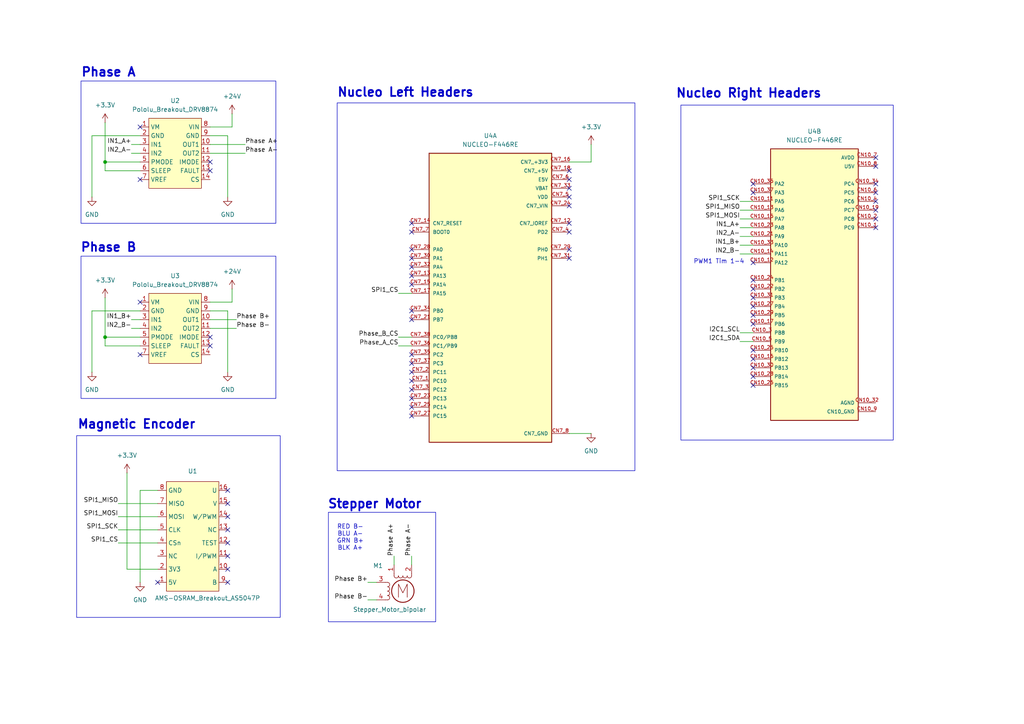
<source format=kicad_sch>
(kicad_sch (version 20250114) (generator "eeschema") (generator_version "9.0")
  (paper "A4")
  (title_block (title "PSD17 Protoboard") (date "2025-12-03") (rev "0.1") (company "Polar Robotics"))
  (lib_symbols
    (symbol "Custom_Library:AMS-OSRAM_Breakout_AS5047P"
      (property "Reference" "U" (at 0 17.018 0))
      (property "Value" "AMS-OSRAM_Breakout_AS5047P" (at -0.762 -18.542 0))
      (symbol "AMS-OSRAM_Breakout_AS5047P_1_1"
        (rectangle (start -7.62 15.24) (end 7.62 -16.51) (fill (type background)))
        (pin power_in line (at -10.16 12.7 0) (length 2.54) (name "GND") (number "8"))
        (pin output line (at -10.16 8.89 0) (length 2.54) (name "MISO") (number "7"))
        (pin input line (at -10.16 5.08 0) (length 2.54) (name "MOSI") (number "6"))
        (pin input line (at -10.16 1.27 0) (length 2.54) (name "CLK") (number "5"))
        (pin input line (at -10.16 -2.54 0) (length 2.54) (name "CSn") (number "4"))
        (pin input line (at -10.16 -6.35 0) (length 2.54) (name "NC") (number "3"))
        (pin power_in line (at -10.16 -10.16 0) (length 2.54) (name "3V3") (number "2"))
        (pin power_in line (at -10.16 -13.97 0) (length 2.54) (name "5V") (number "1"))
        (pin input line (at 10.16 12.7 180) (length 2.54) (name "U") (number "16"))
        (pin input line (at 10.16 8.89 180) (length 2.54) (name "V") (number "15"))
        (pin input line (at 10.16 5.08 180) (length 2.54) (name "W/PWM") (number "14"))
        (pin input line (at 10.16 1.27 180) (length 2.54) (name "NC") (number "13"))
        (pin input line (at 10.16 -2.54 180) (length 2.54) (name "TEST") (number "12"))
        (pin input line (at 10.16 -6.35 180) (length 2.54) (name "I/PWM") (number "11"))
        (pin input line (at 10.16 -10.16 180) (length 2.54) (name "A") (number "10"))
        (pin input line (at 10.16 -13.97 180) (length 2.54) (name "B") (number "9"))
      )
    )
    (symbol "Custom_Library:NUCLEO-F446RE" (pin_names (offset 1.016))
      (property "Reference" "U" (at -17.78 41.91 0))
      (property "Value" "NUCLEO-F446RE" (at -17.78 -44.45 0))
      (symbol "NUCLEO-F446RE_1_0"
        (rectangle (start -17.78 40.64) (end 17.78 -43.18) (stroke (width 0.254)) (fill (type background)))
        (pin bidirectional line (at -22.86 20.32 0) (length 5.08) (name "CN7_RESET") (number "CN7_14"))
        (pin bidirectional line (at -22.86 17.78 0) (length 5.08) (name "BOOT0") (number "CN7_7"))
        (pin bidirectional line (at -22.86 12.7 0) (length 5.08) (name "PA0") (number "CN7_28"))
        (pin bidirectional line (at -22.86 10.16 0) (length 5.08) (name "PA1") (number "CN7_30"))
        (pin bidirectional line (at -22.86 7.62 0) (length 5.08) (name "PA4") (number "CN7_32"))
        (pin bidirectional line (at -22.86 5.08 0) (length 5.08) (name "PA13") (number "CN7_13"))
        (pin bidirectional line (at -22.86 2.54 0) (length 5.08) (name "PA14") (number "CN7_15"))
        (pin bidirectional line (at -22.86 0 0) (length 5.08) (name "PA15") (number "CN7_17"))
        (pin bidirectional line (at -22.86 -5.08 0) (length 5.08) (name "PB0") (number "CN7_34"))
        (pin bidirectional line (at -22.86 -7.62 0) (length 5.08) (name "PB7") (number "CN7_21"))
        (pin bidirectional line (at -22.86 -12.7 0) (length 5.08) (name "PC0/PB8") (number "CN7_38"))
        (pin bidirectional line (at -22.86 -15.24 0) (length 5.08) (name "PC1/PB9") (number "CN7_36"))
        (pin bidirectional line (at -22.86 -17.78 0) (length 5.08) (name "PC2") (number "CN7_35"))
        (pin bidirectional line (at -22.86 -20.32 0) (length 5.08) (name "PC3") (number "CN7_37"))
        (pin bidirectional line (at -22.86 -22.86 0) (length 5.08) (name "PC11") (number "CN7_2"))
        (pin bidirectional line (at -22.86 -25.4 0) (length 5.08) (name "PC10") (number "CN7_1"))
        (pin bidirectional line (at -22.86 -27.94 0) (length 5.08) (name "PC12") (number "CN7_3"))
        (pin bidirectional line (at -22.86 -30.48 0) (length 5.08) (name "PC13") (number "CN7_23"))
        (pin bidirectional line (at -22.86 -33.02 0) (length 5.08) (name "PC14") (number "CN7_25"))
        (pin bidirectional line (at -22.86 -35.56 0) (length 5.08) (name "PC15") (number "CN7_27"))
        (pin power_in line (at 22.86 38.1 180) (length 5.08) (name "CN7_+3V3") (number "CN7_16"))
        (pin power_in line (at 22.86 35.56 180) (length 5.08) (name "CN7_+5V") (number "CN7_18"))
        (pin power_in line (at 22.86 33.02 180) (length 5.08) (name "E5V") (number "CN7_6"))
        (pin power_in line (at 22.86 30.48 180) (length 5.08) (name "VBAT") (number "CN7_33"))
        (pin power_in line (at 22.86 27.94 180) (length 5.08) (name "VDD") (number "CN7_5"))
        (pin power_in line (at 22.86 25.4 180) (length 5.08) (name "CN7_VIN") (number "CN7_24"))
        (pin bidirectional line (at 22.86 20.32 180) (length 5.08) (name "CN7_IOREF") (number "CN7_12"))
        (pin bidirectional line (at 22.86 17.78 180) (length 5.08) (name "PD2") (number "CN7_4"))
        (pin bidirectional line (at 22.86 12.7 180) (length 5.08) (name "PH0") (number "CN7_29"))
        (pin bidirectional line (at 22.86 10.16 180) (length 5.08) (name "PH1") (number "CN7_31"))
        (pin power_in line (at 22.86 -40.64 180) (length 5.08) (hide yes) (name "CN7_GND") (number "CN7_19"))
        (pin power_in line (at 22.86 -40.64 180) (length 5.08) (hide yes) (name "CN7_GND") (number "CN7_20"))
        (pin power_in line (at 22.86 -40.64 180) (length 5.08) (hide yes) (name "CN7_GND") (number "CN7_22"))
        (pin power_in line (at 22.86 -40.64 180) (length 5.08) (name "CN7_GND") (number "CN7_8"))
      )
      (symbol "NUCLEO-F446RE_2_0"
        (rectangle (start -12.7 -40.64) (end 12.7 38.1) (stroke (width 0.254)) (fill (type background)))
        (pin bidirectional line (at -17.78 27.94 0) (length 5.08) (name "PA2") (number "CN10_35"))
        (pin bidirectional line (at -17.78 25.4 0) (length 5.08) (name "PA3") (number "CN10_37"))
        (pin bidirectional line (at -17.78 22.86 0) (length 5.08) (name "PA5") (number "CN10_11"))
        (pin bidirectional line (at -17.78 20.32 0) (length 5.08) (name "PA6") (number "CN10_13"))
        (pin bidirectional line (at -17.78 17.78 0) (length 5.08) (name "PA7") (number "CN10_15"))
        (pin bidirectional line (at -17.78 15.24 0) (length 5.08) (name "PA8") (number "CN10_23"))
        (pin bidirectional line (at -17.78 12.7 0) (length 5.08) (name "PA9") (number "CN10_21"))
        (pin bidirectional line (at -17.78 10.16 0) (length 5.08) (name "PA10") (number "CN10_33"))
        (pin bidirectional line (at -17.78 7.62 0) (length 5.08) (name "PA11") (number "CN10_14"))
        (pin bidirectional line (at -17.78 5.08 0) (length 5.08) (name "PA12") (number "CN10_12"))
        (pin bidirectional line (at -17.78 0 0) (length 5.08) (name "PB1") (number "CN10_24"))
        (pin bidirectional line (at -17.78 -2.54 0) (length 5.08) (name "PB2") (number "CN10_22"))
        (pin bidirectional line (at -17.78 -5.08 0) (length 5.08) (name "PB3") (number "CN10_31"))
        (pin bidirectional line (at -17.78 -7.62 0) (length 5.08) (name "PB4") (number "CN10_27"))
        (pin bidirectional line (at -17.78 -10.16 0) (length 5.08) (name "PB5") (number "CN10_29"))
        (pin bidirectional line (at -17.78 -12.7 0) (length 5.08) (name "PB6") (number "CN10_17"))
        (pin bidirectional line (at -17.78 -15.24 0) (length 5.08) (name "PB8") (number "CN10_3"))
        (pin bidirectional line (at -17.78 -17.78 0) (length 5.08) (name "PB9") (number "CN10_5"))
        (pin bidirectional line (at -17.78 -20.32 0) (length 5.08) (name "PB10") (number "CN10_25"))
        (pin bidirectional line (at -17.78 -22.86 0) (length 5.08) (name "PB12") (number "CN10_16"))
        (pin bidirectional line (at -17.78 -25.4 0) (length 5.08) (name "PB13") (number "CN10_30"))
        (pin bidirectional line (at -17.78 -27.94 0) (length 5.08) (name "PB14") (number "CN10_28"))
        (pin bidirectional line (at -17.78 -30.48 0) (length 5.08) (name "PB15") (number "CN10_26"))
        (pin power_in line (at 17.78 35.56 180) (length 5.08) (name "AVDD") (number "CN10_7"))
        (pin power_in line (at 17.78 33.02 180) (length 5.08) (name "U5V") (number "CN10_8"))
        (pin bidirectional line (at 17.78 27.94 180) (length 5.08) (name "PC4") (number "CN10_34"))
        (pin bidirectional line (at 17.78 25.4 180) (length 5.08) (name "PC5") (number "CN10_6"))
        (pin bidirectional line (at 17.78 22.86 180) (length 5.08) (name "PC6") (number "CN10_4"))
        (pin bidirectional line (at 17.78 20.32 180) (length 5.08) (name "PC7") (number "CN10_19"))
        (pin bidirectional line (at 17.78 17.78 180) (length 5.08) (name "PC8") (number "CN10_2"))
        (pin bidirectional line (at 17.78 15.24 180) (length 5.08) (name "PC9") (number "CN10_1"))
        (pin power_in line (at 17.78 -35.56 180) (length 5.08) (name "AGND") (number "CN10_32"))
        (pin power_in line (at 17.78 -38.1 180) (length 5.08) (hide yes) (name "CN10_GND") (number "CN10_20"))
        (pin power_in line (at 17.78 -38.1 180) (length 5.08) (name "CN10_GND") (number "CN10_9"))
      )
      (symbol "NUCLEO-F446RE_3_0"
        (rectangle (start -15.24 -12.7) (end 15.24 10.16) (stroke (width 0.254)) (fill (type background)))
        (pin bidirectional line (at -20.32 -2.54 0) (length 5.08) (name "CN6_RESET") (number "CN6_3"))
        (pin bidirectional line (at -20.32 -5.08 0) (length 5.08) (name "CN6_IOREF") (number "CN6_2"))
        (pin power_in line (at 20.32 7.62 180) (length 5.08) (name "CN6_VIN") (number "CN6_8"))
        (pin power_in line (at 20.32 5.08 180) (length 5.08) (name "CN6_+5V") (number "CN6_5"))
        (pin power_in line (at 20.32 2.54 180) (length 5.08) (name "CN6_+3V3") (number "CN6_4"))
        (pin power_in line (at 20.32 -10.16 180) (length 5.08) (name "CN6_GND") (number "CN6_6"))
        (pin power_in line (at 20.32 -10.16 180) (length 5.08) (hide yes) (name "CN6_GND") (number "CN6_7"))
      )
      (symbol "NUCLEO-F446RE_4_0"
        (rectangle (start -5.08 -12.7) (end 5.08 12.7) (stroke (width 0.254)) (fill (type background)))
        (pin input line (at -10.16 10.16 0) (length 5.08) (name "D0") (number "CN9_1"))
        (pin output line (at -10.16 7.62 0) (length 5.08) (name "D1") (number "CN9_2"))
        (pin bidirectional line (at -10.16 2.54 0) (length 5.08) (name "D2") (number "CN9_3"))
        (pin bidirectional line (at -10.16 0 0) (length 5.08) (name "D3") (number "CN9_4"))
        (pin bidirectional line (at -10.16 -2.54 0) (length 5.08) (name "D4") (number "CN9_5"))
        (pin bidirectional line (at -10.16 -5.08 0) (length 5.08) (name "D5") (number "CN9_6"))
        (pin bidirectional line (at -10.16 -7.62 0) (length 5.08) (name "D6") (number "CN9_7"))
        (pin bidirectional line (at -10.16 -10.16 0) (length 5.08) (name "D7") (number "CN9_8"))
      )
      (symbol "NUCLEO-F446RE_5_0"
        (rectangle (start -5.08 -10.16) (end 5.08 7.62) (stroke (width 0.254)) (fill (type background)))
        (pin input line (at -10.16 5.08 0) (length 5.08) (name "A0") (number "CN8_1"))
        (pin input line (at -10.16 2.54 0) (length 5.08) (name "A1") (number "CN8_2"))
        (pin input line (at -10.16 0 0) (length 5.08) (name "A2") (number "CN8_3"))
        (pin input line (at -10.16 -2.54 0) (length 5.08) (name "A3") (number "CN8_4"))
        (pin input line (at -10.16 -5.08 0) (length 5.08) (name "A4") (number "CN8_5"))
        (pin input line (at -10.16 -7.62 0) (length 5.08) (name "A5") (number "CN8_6"))
      )
      (symbol "NUCLEO-F446RE_6_0"
        (rectangle (start -10.16 -17.78) (end 10.16 15.24) (stroke (width 0.254)) (fill (type background)))
        (pin bidirectional line (at -15.24 7.62 0) (length 5.08) (name "D8") (number "CN5_1"))
        (pin bidirectional line (at -15.24 5.08 0) (length 5.08) (name "D9") (number "CN5_2"))
        (pin bidirectional line (at -15.24 2.54 0) (length 5.08) (name "D10") (number "CN5_3"))
        (pin bidirectional line (at -15.24 0 0) (length 5.08) (name "D11") (number "CN5_4"))
        (pin bidirectional line (at -15.24 -2.54 0) (length 5.08) (name "D12") (number "CN5_5"))
        (pin bidirectional clock (at -15.24 -5.08 0) (length 5.08) (name "D13") (number "CN5_6"))
        (pin bidirectional line (at -15.24 -7.62 0) (length 5.08) (name "D14") (number "CN5_9"))
        (pin bidirectional clock (at -15.24 -10.16 0) (length 5.08) (name "D15") (number "CN5_10"))
        (pin power_in line (at 15.24 12.7 180) (length 5.08) (name "AREF") (number "CN5_8"))
        (pin power_in line (at 15.24 -15.24 180) (length 5.08) (name "CN5_GND") (number "CN5_7"))
      )
    )
    (symbol "Custom_Library:Pololu_Breakout_DRV8874"
      (property "Reference" "U" (at 0 11.43 0))
      (property "Value" "Pololu_Breakout_DRV8874" (at -0.254 -11.684 0))
      (symbol "Pololu_Breakout_DRV8874_1_1"
        (rectangle (start -7.62 10.16) (end 7.62 -10.16) (fill (type background)))
        (pin bidirectional line (at -10.16 7.62 0) (length 2.54) (name "VM") (number "1"))
        (pin bidirectional line (at -10.16 5.08 0) (length 2.54) (name "GND") (number "2"))
        (pin input line (at -10.16 2.54 0) (length 2.54) (name "IN1") (number "3"))
        (pin input line (at -10.16 0 0) (length 2.54) (name "IN2") (number "4"))
        (pin input line (at -10.16 -2.54 0) (length 2.54) (name "PMODE") (number "5"))
        (pin input line (at -10.16 -5.08 0) (length 2.54) (name "SLEEP") (number "6"))
        (pin input line (at -10.16 -7.62 0) (length 2.54) (name "VREF") (number "7"))
        (pin power_in line (at 10.16 7.62 180) (length 2.54) (name "VIN") (number "8"))
        (pin bidirectional line (at 10.16 5.08 180) (length 2.54) (name "GND") (number "9"))
        (pin output line (at 10.16 2.54 180) (length 2.54) (name "OUT1") (number "10"))
        (pin output line (at 10.16 0 180) (length 2.54) (name "OUT2") (number "11"))
        (pin input line (at 10.16 -2.54 180) (length 2.54) (name "IMODE") (number "12"))
        (pin input line (at 10.16 -5.08 180) (length 2.54) (name "FAULT") (number "13"))
        (pin output line (at 10.16 -7.62 180) (length 2.54) (name "CS") (number "14"))
      )
    )
    (symbol "Motor:Stepper_Motor_bipolar" (pin_names (offset 0) (hide yes))
      (property "Reference" "M" (at 3.81 2.54 0))
      (property "Value" "Stepper_Motor_bipolar" (at 3.81 1.27 0))
      (symbol "Stepper_Motor_bipolar_0_0"
        (polyline (pts (xy -1.27 -1.778) (xy -1.27 2.032) (xy 0 -0.508) (xy 1.27 2.032) (xy 1.27 -1.778)))
      )
      (symbol "Stepper_Motor_bipolar_0_1"
        (polyline (pts (xy -5.08 2.54) (xy -4.445 2.54)))
        (polyline (pts (xy -5.08 -2.54) (xy -4.445 -2.54)))
        (arc (start -4.445 2.54) (mid -3.8127 1.905) (end -4.445 1.27))
        (arc (start -4.445 1.27) (mid -3.8127 0.635) (end -4.445 0))
        (arc (start -4.445 0) (mid -3.8127 -0.635) (end -4.445 -1.27))
        (arc (start -4.445 -1.27) (mid -3.8127 -1.905) (end -4.445 -2.54))
        (polyline (pts (xy -2.54 5.08) (xy -2.54 4.445)))
        (arc (start -1.27 4.445) (mid -1.905 3.8127) (end -2.54 4.445))
        (arc (start 0 4.445) (mid -0.635 3.8127) (end -1.27 4.445))
        (circle (center 0 0) (radius 3.2512) (stroke (width 0.254)))
        (arc (start 1.27 4.445) (mid 0.635 3.8127) (end 0 4.445))
        (arc (start 2.54 4.445) (mid 1.905 3.8127) (end 1.27 4.445))
        (polyline (pts (xy 2.54 5.08) (xy 2.54 4.445)))
      )
      (symbol "Stepper_Motor_bipolar_1_1"
        (pin passive line (at -7.62 2.54 0) (length 2.54) (name "~") (number "3"))
        (pin passive line (at -7.62 -2.54 0) (length 2.54) (name "~") (number "4"))
        (pin passive line (at -2.54 7.62 270) (length 2.54) (name "~") (number "1"))
        (pin passive line (at 2.54 7.62 270) (length 2.54) (name "-") (number "2"))
      )
    )
    (symbol "power:+24V" (power) (pin_numbers (hide yes)) (pin_names (offset 0) (hide yes))
      (property "Value" "+24V" (at 0 3.556 0))
      (symbol "+24V_0_1"
        (polyline (pts (xy -0.762 1.27) (xy 0 2.54)))
        (polyline (pts (xy 0 2.54) (xy 0.762 1.27)))
        (polyline (pts (xy 0 0) (xy 0 2.54)))
      )
      (symbol "+24V_1_1"
        (pin power_in line (at 0 0 90) (length 0) (name "~") (number "1"))
      )
    )
    (symbol "power:+3.3V" (power) (pin_numbers (hide yes)) (pin_names (offset 0) (hide yes))
      (property "Value" "+3.3V" (at 0 3.556 0))
      (symbol "+3.3V_0_1"
        (polyline (pts (xy -0.762 1.27) (xy 0 2.54)))
        (polyline (pts (xy 0 2.54) (xy 0.762 1.27)))
        (polyline (pts (xy 0 0) (xy 0 2.54)))
      )
      (symbol "+3.3V_1_1"
        (pin power_in line (at 0 0 90) (length 0) (name "~") (number "1"))
      )
    )
    (symbol "power:GND" (power) (pin_numbers (hide yes)) (pin_names (offset 0) (hide yes))
      (property "Value" "GND" (at 0 -3.81 0))
      (symbol "GND_0_1"
        (polyline (pts (xy 0 0) (xy 0 -1.27) (xy 1.27 -1.27) (xy 0 -2.54) (xy -1.27 -1.27) (xy 0 -1.27)))
      )
      (symbol "GND_1_1"
        (pin power_in line (at 0 0 270) (length 0) (name "~") (number "1"))
      )
    )
  )
  (rectangle (start 23.495 74.295) (end 80.01 115.57))
  (rectangle (start 22.225 126.365) (end 81.28 179.07))
  (rectangle (start 23.495 23.495) (end 80.01 64.77))
  (rectangle (start 197.485 30.48) (end 259.08 127.635))
  (rectangle (start 95.25 148.59) (end 126.365 180.34))
  (rectangle (start 97.79 29.845) (end 184.15 136.525))
  (text "Nucleo Left Headers" (at 117.602 26.924 0) (effects (font (size 2.54 2.54) (thickness 0.508) (bold yes))))
  (text "PWM1 Tim 1-4" (at 208.534 75.946 0) (effects (font (size 1.27 1.27))))
  (text "RED B-\nBLU A-\nGRN B+\nBLK A+" (at 101.6 155.956 0) (effects (font (size 1.27 1.27))))
  (text "Phase A" (at 31.496 21.082 0) (effects (font (size 2.54 2.54) (thickness 0.508) (bold yes))))
  (text "Nucleo Right Headers" (at 217.17 27.178 0) (effects (font (size 2.54 2.54) (thickness 0.508) (bold yes))))
  (text "Stepper Motor" (at 108.712 146.304 0) (effects (font (size 2.54 2.54) (thickness 0.508) (bold yes))))
  (text "Phase B" (at 31.496 71.882 0) (effects (font (size 2.54 2.54) (thickness 0.508) (bold yes))))
  (text "Magnetic Encoder" (at 39.624 123.19 0) (effects (font (size 2.54 2.54) (thickness 0.508) (bold yes))))
  (junction (at 30.48 97.79))
  (junction (at 30.48 46.99))
  (no_connect (at 40.64 87.63))
  (no_connect (at 119.38 80.01))
  (no_connect (at 254 66.04))
  (no_connect (at 66.04 153.67))
  (no_connect (at 60.96 49.53))
  (no_connect (at 119.38 77.47))
  (no_connect (at 119.38 102.87))
  (no_connect (at 218.44 53.34))
  (no_connect (at 66.04 161.29))
  (no_connect (at 119.38 67.31))
  (no_connect (at 254 63.5))
  (no_connect (at 119.38 74.93))
  (no_connect (at 165.1 52.07))
  (no_connect (at 119.38 113.03))
  (no_connect (at 45.72 168.91))
  (no_connect (at 119.38 107.95))
  (no_connect (at 254 60.96))
  (no_connect (at 218.44 55.88))
  (no_connect (at 119.38 92.71))
  (no_connect (at 218.44 109.22))
  (no_connect (at 60.96 97.79))
  (no_connect (at 66.04 146.05))
  (no_connect (at 254 55.88))
  (no_connect (at 165.1 59.69))
  (no_connect (at 40.64 102.87))
  (no_connect (at 119.38 115.57))
  (no_connect (at 40.64 36.83))
  (no_connect (at 165.1 64.77))
  (no_connect (at 165.1 74.93))
  (no_connect (at 119.38 64.77))
  (no_connect (at 165.1 49.53))
  (no_connect (at 119.38 118.11))
  (no_connect (at 165.1 67.31))
  (no_connect (at 66.04 165.1))
  (no_connect (at 119.38 72.39))
  (no_connect (at 254 58.42))
  (no_connect (at 119.38 82.55))
  (no_connect (at 66.04 142.24))
  (no_connect (at 119.38 120.65))
  (no_connect (at 254 53.34))
  (no_connect (at 254 48.26))
  (no_connect (at 218.44 111.76))
  (no_connect (at 66.04 168.91))
  (no_connect (at 218.44 88.9))
  (no_connect (at 218.44 104.14))
  (no_connect (at 66.04 157.48))
  (no_connect (at 218.44 81.28))
  (no_connect (at 60.96 46.99))
  (no_connect (at 218.44 86.36))
  (no_connect (at 119.38 90.17))
  (no_connect (at 165.1 72.39))
  (no_connect (at 218.44 83.82))
  (no_connect (at 218.44 101.6))
  (no_connect (at 119.38 105.41))
  (no_connect (at 60.96 100.33))
  (no_connect (at 40.64 52.07))
  (no_connect (at 218.44 93.98))
  (no_connect (at 165.1 54.61))
  (no_connect (at 218.44 106.68))
  (no_connect (at 119.38 110.49))
  (no_connect (at 254 45.72))
  (no_connect (at 218.44 76.2))
  (no_connect (at 66.04 149.86))
  (no_connect (at 165.1 57.15))
  (no_connect (at 218.44 91.44))
  (wire (pts (xy 38.1 92.71) (xy 40.64 92.71)))
  (wire (pts (xy 40.64 39.37) (xy 26.67 39.37)))
  (wire (pts (xy 30.48 35.56) (xy 30.48 46.99)))
  (wire (pts (xy 68.58 95.25) (xy 60.96 95.25)))
  (wire (pts (xy 34.29 149.86) (xy 45.72 149.86)))
  (wire (pts (xy 214.63 68.58) (xy 218.44 68.58)))
  (wire (pts (xy 60.96 87.63) (xy 67.31 87.63)))
  (wire (pts (xy 30.48 97.79) (xy 40.64 97.79)))
  (wire (pts (xy 66.04 39.37) (xy 66.04 57.15)))
  (wire (pts (xy 214.63 73.66) (xy 218.44 73.66)))
  (wire (pts (xy 214.63 60.96) (xy 218.44 60.96)))
  (wire (pts (xy 66.04 90.17) (xy 66.04 107.95)))
  (wire (pts (xy 115.57 97.79) (xy 119.38 97.79)))
  (wire (pts (xy 115.57 100.33) (xy 119.38 100.33)))
  (wire (pts (xy 68.58 92.71) (xy 60.96 92.71)))
  (wire (pts (xy 40.64 142.24) (xy 40.64 168.91)))
  (wire (pts (xy 119.38 161.29) (xy 119.38 163.83)))
  (wire (pts (xy 214.63 99.06) (xy 218.44 99.06)))
  (wire (pts (xy 214.63 63.5) (xy 218.44 63.5)))
  (wire (pts (xy 214.63 58.42) (xy 218.44 58.42)))
  (wire (pts (xy 45.72 142.24) (xy 40.64 142.24)))
  (wire (pts (xy 34.29 153.67) (xy 45.72 153.67)))
  (wire (pts (xy 34.29 146.05) (xy 45.72 146.05)))
  (wire (pts (xy 106.68 173.99) (xy 109.22 173.99)))
  (wire (pts (xy 67.31 36.83) (xy 67.31 33.02)))
  (wire (pts (xy 165.1 46.99) (xy 171.45 46.99)))
  (wire (pts (xy 71.12 44.45) (xy 60.96 44.45)))
  (wire (pts (xy 71.12 41.91) (xy 60.96 41.91)))
  (wire (pts (xy 114.3 161.29) (xy 114.3 163.83)))
  (wire (pts (xy 60.96 36.83) (xy 67.31 36.83)))
  (wire (pts (xy 165.1 125.73) (xy 171.45 125.73)))
  (wire (pts (xy 67.31 87.63) (xy 67.31 83.82)))
  (wire (pts (xy 214.63 96.52) (xy 218.44 96.52)))
  (wire (pts (xy 36.83 165.1) (xy 36.83 137.16)))
  (wire (pts (xy 60.96 39.37) (xy 66.04 39.37)))
  (wire (pts (xy 60.96 90.17) (xy 66.04 90.17)))
  (wire (pts (xy 214.63 71.12) (xy 218.44 71.12)))
  (wire (pts (xy 106.68 168.91) (xy 109.22 168.91)))
  (wire (pts (xy 45.72 165.1) (xy 36.83 165.1)))
  (wire (pts (xy 30.48 86.36) (xy 30.48 97.79)))
  (wire (pts (xy 171.45 46.99) (xy 171.45 41.91)))
  (wire (pts (xy 40.64 100.33) (xy 30.48 100.33)))
  (wire (pts (xy 40.64 90.17) (xy 26.67 90.17)))
  (wire (pts (xy 40.64 49.53) (xy 30.48 49.53)))
  (wire (pts (xy 38.1 95.25) (xy 40.64 95.25)))
  (wire (pts (xy 26.67 90.17) (xy 26.67 107.95)))
  (wire (pts (xy 30.48 46.99) (xy 40.64 46.99)))
  (wire (pts (xy 26.67 39.37) (xy 26.67 57.15)))
  (wire (pts (xy 214.63 66.04) (xy 218.44 66.04)))
  (wire (pts (xy 30.48 46.99) (xy 30.48 49.53)))
  (wire (pts (xy 38.1 41.91) (xy 40.64 41.91)))
  (wire (pts (xy 38.1 44.45) (xy 40.64 44.45)))
  (wire (pts (xy 115.57 85.09) (xy 119.38 85.09)))
  (wire (pts (xy 30.48 97.79) (xy 30.48 100.33)))
  (wire (pts (xy 34.29 157.48) (xy 45.72 157.48)))
  (label "IN2_B-" (at 38.1 95.25 180))
  (label "Phase B+" (at 106.68 168.91 180) (effects (font (thickness 0.1588))))
  (label "Phase A-" (at 71.12 44.45 0) (effects (font (thickness 0.1588))))
  (label "IN1_A+" (at 38.1 41.91 180) (effects (font (thickness 0.1588))))
  (label "Phase B-" (at 106.68 173.99 180) (effects (font (thickness 0.1588))))
  (label "SPI1_SCK" (at 214.63 58.42 180))
  (label "SPI1_CS" (at 115.57 85.09 180))
  (label "SPI1_SCK" (at 34.29 153.67 180))
  (label "SPI1_MISO" (at 34.29 146.05 180))
  (label "Phase A+" (at 114.3 161.29 90) (effects (font (thickness 0.1588))))
  (label "IN2_A-" (at 214.63 68.58 180))
  (label "Phase B+" (at 68.58 92.71 0) (effects (font (thickness 0.1588))))
  (label "IN1_A+" (at 214.63 66.04 180) (effects (font (thickness 0.1588))))
  (label "IN1_B+" (at 214.63 71.12 180) (effects (font (thickness 0.1588))))
  (label "SPI1_MISO" (at 214.63 60.96 180))
  (label "IN1_B+" (at 38.1 92.71 180) (effects (font (thickness 0.1588))))
  (label "I2C1_SCL" (at 214.63 96.52 180))
  (label "SPI1_MOSI" (at 34.29 149.86 180))
  (label "Phase A-" (at 119.38 161.29 90) (effects (font (thickness 0.1588))))
  (label "SPI1_CS" (at 34.29 157.48 180))
  (label "Phase A+" (at 71.12 41.91 0) (effects (font (thickness 0.1588))))
  (label "SPI1_MOSI" (at 214.63 63.5 180))
  (label "I2C1_SDA" (at 214.63 99.06 180))
  (label "Phase_B_CS" (at 115.57 97.79 180))
  (label "Phase_A_CS" (at 115.57 100.33 180))
  (label "IN2_A-" (at 38.1 44.45 180))
  (label "Phase B-" (at 68.58 95.25 0) (effects (font (thickness 0.1588))))
  (label "IN2_B-" (at 214.63 73.66 180) (effects (font (thickness 0.1588))))
  (symbol (lib_id "power:GND") (at 40.64 168.91 0) (unit 1)
    (property "Reference" "#PWR010" (effects (hide yes)))
    (property "Value" "GND" (at 40.64 173.99 0))
    (property "Description" "Power symbol creates a global label with name \"GND\" , ground" (effects (hide yes)))
  )
  (symbol (lib_id "power:+3.3V") (at 171.45 41.91 0) (unit 1)
    (property "Reference" "#PWR011" (effects (hide yes)))
    (property "Value" "+3.3V" (at 171.45 36.83 0))
    (property "Description" "Power symbol creates a global label with name \"+3.3V\"" (effects (hide yes)))
  )
  (symbol (lib_id "Custom_Library:Pololu_Breakout_DRV8874") (at 50.8 95.25 0) (unit 1)
    (property "Reference" "U3" (at 50.8 80.01 0))
    (property "Value" "Pololu_Breakout_DRV8874" (at 50.8 82.55 0))
    (property "Datasheet" "https://www.pololu.com/product/4035" (effects (hide yes)))
    (property "Description" "Pololu Breakout board for TI DRV8874 DC Motor driver" (effects (hide yes)))
  )
  (symbol (lib_id "power:+24V") (at 67.31 33.02 0) (unit 1)
    (property "Reference" "#PWR04" (effects (hide yes)))
    (property "Value" "+24V" (at 67.31 27.94 0))
    (property "Description" "Power symbol creates a global label with name \"+24V\"" (effects (hide yes)))
  )
  (symbol (lib_id "power:+3.3V") (at 30.48 86.36 0) (unit 1)
    (property "Reference" "#PWR05" (effects (hide yes)))
    (property "Value" "+3.3V" (at 30.48 81.28 0))
    (property "Description" "Power symbol creates a global label with name \"+3.3V\"" (effects (hide yes)))
  )
  (symbol (lib_id "power:GND") (at 66.04 107.95 0) (unit 1)
    (property "Reference" "#PWR07" (effects (hide yes)))
    (property "Value" "GND" (at 66.04 113.03 0))
    (property "Description" "Power symbol creates a global label with name \"GND\" , ground" (effects (hide yes)))
  )
  (symbol (lib_id "Custom_Library:NUCLEO-F446RE") (at 236.22 81.28 0) (unit 2)
    (property "Reference" "U4" (at 236.22 38.1 0))
    (property "Value" "NUCLEO-F446RE" (at 236.22 40.64 0))
    (property "Footprint" "NUCLEO-F446RE:MODULE_NUCLEO-F446RE" (effects (hide yes)))
    (property "MF" "STMicroelectronics" (effects (hide yes)))
    (property "Package" "None" (effects (hide yes)))
    (property "Price" "None" (effects (hide yes)))
    (property "Check_prices" "https://www.snapeda.com/parts/NUCLEO-F446RE/STMicroelectronics/view-part/?ref=eda" (effects (hide yes)))
    (property "STANDARD" "Manufacturer Recommendations" (effects (hide yes)))
    (property "PARTREV" "13" (effects (hide yes)))
    (property "SnapEDA_Link" "https://www.snapeda.com/parts/NUCLEO-F446RE/STMicroelectronics/view-part/?ref=snap" (effects (hide yes)))
    (property "MP" "NUCLEO-F446RE" (effects (hide yes)))
    (property "Description_1" "STM32F446RE, mbed-Enabled Development Nucleo-64 STM32F4 ARM® Cortex®-M4 MCU 32-Bit Embedded Evaluation Board" (effects (hide yes)))
    (property "Availability" "In Stock" (effects (hide yes)))
    (property "MANUFACTURER" "STMicroelectronics" (effects (hide yes)))
  )
  (symbol (lib_id "power:+24V") (at 67.31 83.82 0) (unit 1)
    (property "Reference" "#PWR08" (effects (hide yes)))
    (property "Value" "+24V" (at 67.31 78.74 0))
    (property "Description" "Power symbol creates a global label with name \"+24V\"" (effects (hide yes)))
  )
  (symbol (lib_id "power:GND") (at 26.67 57.15 0) (unit 1)
    (property "Reference" "#PWR01" (effects (hide yes)))
    (property "Value" "GND" (at 26.67 62.23 0))
    (property "Description" "Power symbol creates a global label with name \"GND\" , ground" (effects (hide yes)))
  )
  (symbol (lib_id "Motor:Stepper_Motor_bipolar") (at 116.84 171.45 0) (unit 1)
    (property "Reference" "M1" (at 108.204 164.084 0) (effects (justify left)))
    (property "Value" "Stepper_Motor_bipolar" (at 102.362 176.784 0) (effects (justify left)))
    (property "Datasheet" "http://www.infineon.com/dgdl/Application-Note-TLE8110EE_driving_UniPolarStepperMotor_V1.1.pdf?fileId=db3a30431be39b97011be5d0aa0a00b0" (effects (hide yes)))
    (property "Description" "4-wire bipolar stepper motor" (effects (hide yes)))
  )
  (symbol (lib_id "Custom_Library:AMS-OSRAM_Breakout_AS5047P") (at 55.88 154.94 0) (unit 1)
    (property "Reference" "U1" (at 55.88 136.652 0))
    (property "Value" "AMS-OSRAM_Breakout_AS5047P" (at 60.198 173.482 0))
    (property "Datasheet" "https://www.mouser.com/datasheet/2/588/AS5047P-TS_EK_AB_Operation-Manual_Rev.1.0-775823.pdf" (effects (hide yes)))
    (property "Description" "Breakout board for OSRAM AS5047P Magnetic Encoder" (effects (hide yes)))
  )
  (symbol (lib_id "power:GND") (at 66.04 57.15 0) (unit 1)
    (property "Reference" "#PWR02" (effects (hide yes)))
    (property "Value" "GND" (at 66.04 62.23 0))
    (property "Description" "Power symbol creates a global label with name \"GND\" , ground" (effects (hide yes)))
  )
  (symbol (lib_id "Custom_Library:Pololu_Breakout_DRV8874") (at 50.8 44.45 0) (unit 1)
    (property "Reference" "U2" (at 50.8 29.21 0))
    (property "Value" "Pololu_Breakout_DRV8874" (at 50.8 31.75 0))
    (property "Datasheet" "https://www.pololu.com/product/4035" (effects (hide yes)))
    (property "Description" "Pololu Breakout board for TI DRV8874 DC Motor driver" (effects (hide yes)))
  )
  (symbol (lib_id "Custom_Library:NUCLEO-F446RE") (at 142.24 85.09 0) (unit 1)
    (property "Reference" "U4" (at 142.24 39.37 0))
    (property "Value" "NUCLEO-F446RE" (at 142.24 41.91 0))
    (property "Footprint" "NUCLEO-F446RE:MODULE_NUCLEO-F446RE" (effects (hide yes)))
    (property "MF" "STMicroelectronics" (effects (hide yes)))
    (property "Package" "None" (effects (hide yes)))
    (property "Price" "None" (effects (hide yes)))
    (property "Check_prices" "https://www.snapeda.com/parts/NUCLEO-F446RE/STMicroelectronics/view-part/?ref=eda" (effects (hide yes)))
    (property "STANDARD" "Manufacturer Recommendations" (effects (hide yes)))
    (property "PARTREV" "13" (effects (hide yes)))
    (property "SnapEDA_Link" "https://www.snapeda.com/parts/NUCLEO-F446RE/STMicroelectronics/view-part/?ref=snap" (effects (hide yes)))
    (property "MP" "NUCLEO-F446RE" (effects (hide yes)))
    (property "Description_1" "STM32F446RE, mbed-Enabled Development Nucleo-64 STM32F4 ARM® Cortex®-M4 MCU 32-Bit Embedded Evaluation Board" (effects (hide yes)))
    (property "Availability" "In Stock" (effects (hide yes)))
    (property "MANUFACTURER" "STMicroelectronics" (effects (hide yes)))
  )
  (symbol (lib_id "power:+3.3V") (at 36.83 137.16 0) (unit 1)
    (property "Reference" "#PWR09" (effects (hide yes)))
    (property "Value" "+3.3V" (at 36.83 132.08 0))
    (property "Description" "Power symbol creates a global label with name \"+3.3V\"" (effects (hide yes)))
  )
  (symbol (lib_id "power:GND") (at 171.45 125.73 0) (unit 1)
    (property "Reference" "#PWR012" (effects (hide yes)))
    (property "Value" "GND" (at 171.45 130.81 0))
    (property "Description" "Power symbol creates a global label with name \"GND\" , ground" (effects (hide yes)))
  )
  (symbol (lib_id "power:+3.3V") (at 30.48 35.56 0) (unit 1)
    (property "Reference" "#PWR03" (effects (hide yes)))
    (property "Value" "+3.3V" (at 30.48 30.48 0))
    (property "Description" "Power symbol creates a global label with name \"+3.3V\"" (effects (hide yes)))
  )
  (symbol (lib_id "power:GND") (at 26.67 107.95 0) (unit 1)
    (property "Reference" "#PWR06" (effects (hide yes)))
    (property "Value" "GND" (at 26.67 113.03 0))
    (property "Description" "Power symbol creates a global label with name \"GND\" , ground" (effects (hide yes)))
  )
)
</source>
